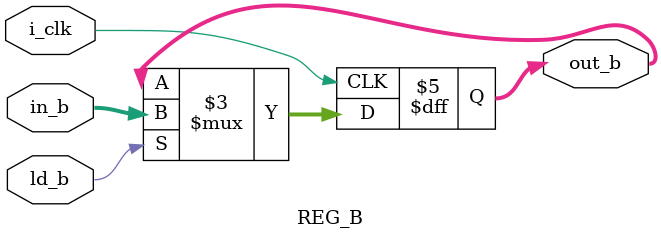
<source format=v>
`timescale 1ns / 1ps

`define WIDTH_B 4 
module REG_B(i_clk , ld_b  , in_b , out_b );
input i_clk ;
input ld_b ;    ///load enable 
///input rst_n ;   ///reset//
input [`WIDTH_B-1:0] in_b ;  //data input 8 bit  //
output reg [`WIDTH_B-1:0] out_b ;  ///output data 


always @ (posedge i_clk)
  begin
 if (ld_b)
         begin
               out_b <= in_b ;
          end
          else
            begin
               out_b <= out_b;
             end
       end               
endmodule

</source>
